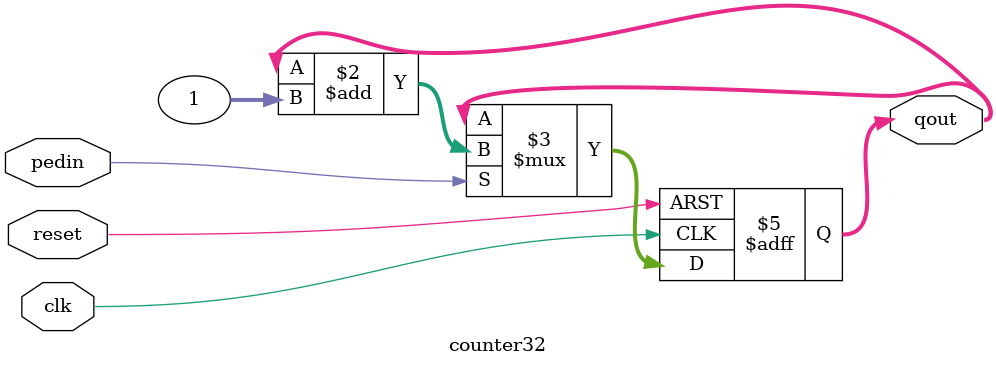
<source format=v>
`timescale 1ns / 1ps
/*
    Trevor Scott   
* Email: scott.30trevor@gmail.com  
* Filename: Design file  
* Date: Feb. 24, 2020   
* Version: 1.3 
*/
//a loadable 32 counter
module counter32(reset, clk, pedin, qout);
input reset, clk, pedin;
output reg [31:0] qout;
always@(posedge clk, posedge reset)
if(reset) qout<= 32'b0;else 
if(pedin) qout<= qout + 32'b1;
endmodule

</source>
